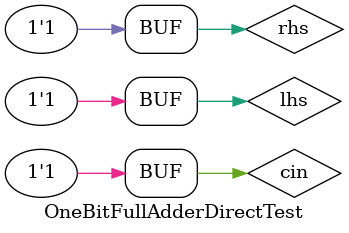
<source format=v>
module OneBitFullAdderDirect(
  input wire lhs,
  input wire rhs,
  input wire cin,
  output wire sum,
  output wire cout
);

  // Invert inputs
  not(lhs_, lhs);
  not(rhs_, rhs);
  not(cin_, cin);

  // Compute sum products
  and(lhs_rhs_, lhs_, rhs_);
  and(lhs_cin_, lhs_, cin_);
  and(rhs_cin_, rhs_, cin_);
  and(rhslhs, rhs, lhs);

  and(lhs_rhs_cin, lhs_rhs_, cin);
  and(lhs_cin_rhs, lhs_cin_, rhs);
  and(rhs_cin_lhs, rhs_cin_, lhs);
  and(rhslhscin, rhslhs, cin);

  // Compute cout products
  and(rhs_and_cin, rhs, cin);
  and(lhs_and_cin, lhs, cin);
  and(lhs_and_rhs, lhs, rhs);

  // Compute sum sums
  or(left_sum_buffer, lhs_rhs_cin, lhs_cin_rhs);
  or(right_sum_buffer, rhs_cin_lhs, rhslhscin);
  or(sum, left_sum_buffer, right_sum_buffer);

  // Compute cout sums
  or(cout_buffer, rhs_and_cin, lhs_and_cin);
  or(cout, cout_buffer, lhs_and_rhs);

endmodule // OneBitFullAdderDirect


module OneBitFullAdderDirectTest;

  reg cin;
  reg lhs;
  reg rhs;
  wire sum;
  wire cout;

  OneBitFullAdderDirect oneBitFullAdderDirect(lhs, rhs, cin, sum, cout);

  initial begin
    $monitor("cin = %d, lhs = %d, rhs = %d, sum = %d, cout = %d", cin, lhs, rhs, sum, cout);
    cin = 0; lhs = 0; rhs = 0;
    #20; cin = 0; lhs = 0; rhs = 1;
    #20; cin = 0; lhs = 1; rhs = 0;
    #20; cin = 0; lhs = 1; rhs = 1;
    #20; cin = 1; lhs = 0; rhs = 0;
    #20; cin = 1; lhs = 0; rhs = 1;
    #20; cin = 1; lhs = 1; rhs = 0;
    #20; cin = 1; lhs = 1; rhs = 1;
  end

endmodule // OneBitFullAdderDirectTest
</source>
